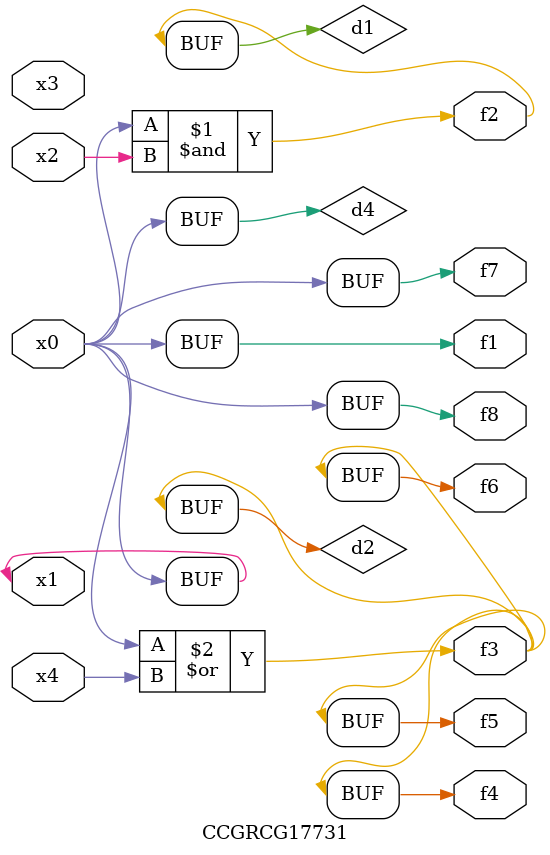
<source format=v>
module CCGRCG17731(
	input x0, x1, x2, x3, x4,
	output f1, f2, f3, f4, f5, f6, f7, f8
);

	wire d1, d2, d3, d4;

	and (d1, x0, x2);
	or (d2, x0, x4);
	nand (d3, x0, x2);
	buf (d4, x0, x1);
	assign f1 = d4;
	assign f2 = d1;
	assign f3 = d2;
	assign f4 = d2;
	assign f5 = d2;
	assign f6 = d2;
	assign f7 = d4;
	assign f8 = d4;
endmodule

</source>
